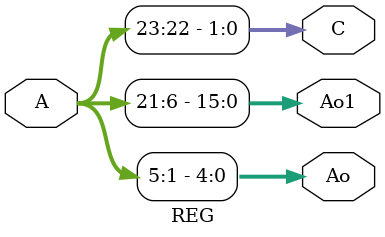
<source format=v>
module REG (A, Ao, Ao1, C) ;

input [23:1] A ;
output [5:1] Ao ;
output [21:6] Ao1 ;
output [23:22] C ;

// add your declarations here
assign Ao = A[5:1];
assign Ao1 = A[21:6];
assign C = A[23:22];
// add your code here

endmodule 

</source>
